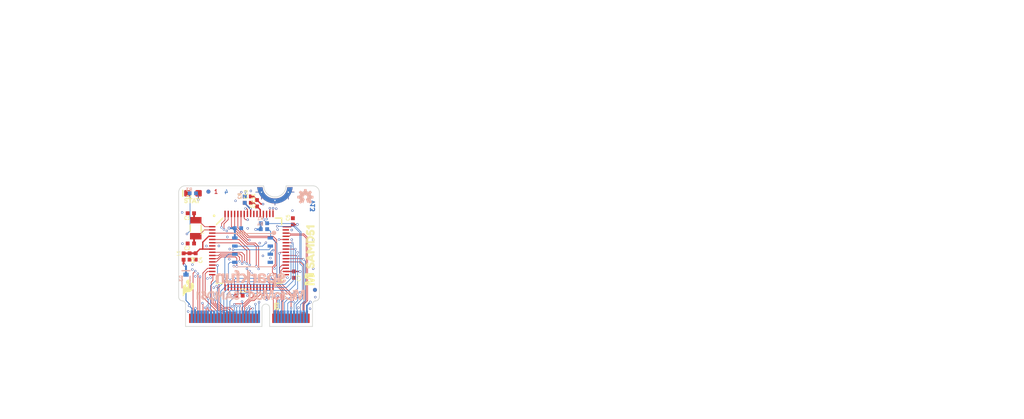
<source format=kicad_pcb>
(kicad_pcb (version 20211014) (generator pcbnew)
  (layers (0 "F.Cu" signal) (1 "In1.Cu" signal) (2 "In2.Cu" signal) (31 "B.Cu" signal) (34 "B.Paste" user) (35 "F.Paste" user) (36 "B.SilkS" user "B.Silkscreen") (37 "F.SilkS" user "F.Silkscreen") (38 "B.Mask" user) (39 "F.Mask" user) (44 "Edge.Cuts" user))
  (net 0 "")
  (net 1 "3.3V")
  (net 2 "GND")
  (net 3 "D3/G1")
  (net 4 "VCC")
  (net 5 "VDDA")
  (net 6 "XIN32")
  (net 7 "XOUT32")
  (net 8 "SWDIO")
  (net 9 "~{RESET}")
  (net 10 "D13")
  (net 11 "D2/G0")
  (net 12 "SCL")
  (net 13 "SDA")
  (net 14 "A0/DAC")
  (net 15 "A1")
  (net 16 "COPI")
  (net 17 "CIPO")
  (net 18 "D0")
  (net 19 "D1")
  (net 20 "TXO")
  (net 21 "RXI")
  (net 22 "N$1")
  (net 23 "SWDCK")
  (net 24 "SCK")
  (net 25 "~{CS}")
  (net 26 "I2S_FS")
  (net 27 "I2S_SDO")
  (net 28 "I2S_SDI")
  (net 29 "I2S_CLK")
  (net 30 "D5/G3")
  (net 31 "D38")
  (net 32 "D39")
  (net 33 "COPI1")
  (net 34 "CIPO1")
  (net 35 "SCK1")
  (net 36 "A3/PWM1")
  (net 37 "SCL1/TX2")
  (net 38 "SDA1/RX2")
  (net 39 "A2/PWM0")
  (net 40 "A4")
  (net 41 "3.3V_EN")
  (net 42 "3.3V_IN")
  (net 43 "~{CS1}")
  (net 44 "~{WP}")
  (net 45 "~{HOLD}")
  (net 46 "D4/G2")
  (net 47 "D6/G4")
  (net 48 "D7/G5")
  (net 49 "D8/G6")
  (net 50 "D9/G7")
  (net 51 "I2S_MCLK")
  (net 52 "HOST_ENABLE")
  (net 53 "I2C_~{INT}")
  (net 54 "D-/USBHOST_D-")
  (net 55 "D+/USBHOST_D+")
  (net 56 "D10")
  (net 57 "D11")
  (footprint "boardEagle:0402-TIGHT" (layer "F.Cu") (at 139.2079 105.0536 -90)
    (fp_text reference "C8")
    (fp_text value "10uF")
  )
  (footprint "boardEagle:0402-TIGHT" (layer "F.Cu") (at 139.4061 98.2966 180)
    (fp_text reference "C1")
    (fp_text value "15pF")
  )
  (footprint "boardEagle:ORDERING_INSTRUCTIONS" (layer "F.Cu") (at 167.9811 65.2036)
    (fp_text reference "LOGO5" hide)
    (fp_text value "SPECIAL_INSTRUCTIONS-ORDERING" hide)
  )
  (footprint "boardEagle:FIDUCIAL-MICRO" (layer "F.Cu") (at 142.1493 94.9216)
    (fp_text reference "FD5" hide)
    (fp_text value "FIDUCIALUFIDUCIAL" hide)
  )
  (footprint "boardEagle:M.2-CARD-E-22" (layer "F.Cu") (at 148.5501 116.0036)
    (fp_text reference "J2" hide)
    (fp_text value "MICROMOD-2222" hide)
  )
  (footprint "boardEagle:LED-0603" (layer "F.Cu") (at 139.7363 95.1756 180)
    (fp_text reference "D1")
    (fp_text value "BLUE")
  )
  (footprint "boardEagle:0402-TIGHT" (layer "F.Cu") (at 138.2679 105.0642 90)
    (fp_text reference "L1")
    (fp_text value "30Ω")
  )
  (footprint "boardEagle:0402-TIGHT" (layer "F.Cu") (at 155.5371 107.9016 -90)
    (fp_text reference "C7")
    (fp_text value "0.1uF")
  )
  (footprint "boardEagle:TQFP64" (layer "F.Cu") (at 148.5011 104.1536 -90)
    (fp_text reference "U2")
    (fp_text value "ATSAMD51J20A-A")
  )
  (footprint "boardEagle:MICROMOD_MI_LOGO_.35" (layer "F.Cu") (at 157.9481 108.6376 90)
    (fp_text reference "U$1" hide)
    (fp_text value "" hide)
  )
  (footprint "boardEagle:0402-TIGHT" (layer "F.Cu") (at 139.4061 103.0266 180)
    (fp_text reference "C2")
    (fp_text value "15pF")
  )
  (footprint "boardEagle:SFE_LOGO_FLAME_.1" (layer "F.Cu") (at 139.0061 109.9386)
    (fp_text reference "U$7" hide)
    (fp_text value "" hide)
  )
  (footprint "boardEagle:0402-TIGHT" (layer "F.Cu") (at 149.7479 96.7346 90)
    (fp_text reference "C11")
    (fp_text value "4.7uF")
  )
  (footprint "boardEagle:SAMD510" (layer "F.Cu") (at 158.0751 108.1296 90)
    (fp_text reference "U$6" hide)
    (fp_text value "" hide)
  )
  (footprint "boardEagle:FIDUCIAL-MICRO" (layer "F.Cu") (at 158.8117 110.2886)
    (fp_text reference "FD8" hide)
    (fp_text value "FIDUCIALUFIDUCIAL" hide)
  )
  (footprint "boardEagle:0402-TIGHT" (layer "F.Cu") (at 148.7847 96.1684 90)
    (fp_text reference "C10")
    (fp_text value "0.1uF")
  )
  (footprint "boardEagle:0402-TIGHT" (layer "F.Cu") (at 155.3573 99.5698 90)
    (fp_text reference "C5")
    (fp_text value "0.1uF")
  )
  (footprint "boardEagle:0402-TIGHT" (layer "F.Cu") (at 147.0071 111.1776)
    (fp_text reference "C3")
    (fp_text value "0.1uF")
  )
  (footprint "boardEagle:0402-TIGHT" (layer "F.Cu") (at 147.8313 96.1676 90)
    (fp_text reference "C6")
    (fp_text value "0.1uF")
  )
  (footprint "boardEagle:CRYSTAL-SMD-3.2X1.5MM" (layer "F.Cu") (at 140.1681 100.6366 -90)
    (fp_text reference "Y1")
    (fp_text value "32.768kHz")
  )
  (footprint "boardEagle:STAT0" (layer "F.Cu") (at 137.6281 96.3186)
    (fp_text reference "U$8" hide)
    (fp_text value "" hide)
  )
  (footprint "boardEagle:0402-TIGHT" (layer "F.Cu") (at 140.1591 105.0536 -90)
    (fp_text reference "C4")
    (fp_text value "10uF")
  )
  (footprint "boardEagle:CREATIVE_COMMONS" (layer "F.Cu") (at 129.8811 129.9736)
    (fp_text reference "FRAME2" hide)
    (fp_text value "FRAME-LEDGER" hide)
  )
  (footprint "boardEagle:FIDUCIAL-MICRO" (layer "B.Cu") (at 142.1493 94.9216 180)
    (fp_text reference "FD6" hide)
    (fp_text value "FIDUCIALUFIDUCIAL" hide)
  )
  (footprint "boardEagle:0402-TIGHT" (layer "B.Cu") (at 147.8321 96.1676 -90)
    (fp_text reference "R2")
    (fp_text value "1k")
  )
  (footprint "boardEagle:SOD-323" (layer "B.Cu") (at 138.6441 109.0536 -90)
    (fp_text reference "D3")
    (fp_text value "1A/23V/620mV")
  )
  (footprint "boardEagle:SFE_LOGO_NAME_.1" (layer "B.Cu") (at 148.7613 108.6066 180)
    (fp_text reference "LOGO6" hide)
    (fp_text value "SFE_LOGO_NAME.1_INCH" hide)
  )
  (footprint "boardEagle:FIDUCIAL-MICRO" (layer "B.Cu") (at 158.8117 110.2886 180)
    (fp_text reference "FD7" hide)
    (fp_text value "FIDUCIALUFIDUCIAL" hide)
  )
  (footprint "boardEagle:MICROMOD_LOGO_.35" (layer "B.Cu") (at 152.8681 111.0506 180)
    (fp_text reference "U$4" hide)
    (fp_text value "" hide)
  )
  (footprint "boardEagle:0402-TIGHT" (layer "B.Cu") (at 139.7109 95.1756 180)
    (fp_text reference "R3")
    (fp_text value "1k")
  )
  (footprint "boardEagle:WSON-8-6X5-NO_CENTERPAD" (layer "B.Cu") (at 149.0581 104.0656 180)
    (fp_text reference "U1" hide)
    (fp_text value "W25QXX128MBIT-6X5-NO_CENTER" hide)
  )
  (footprint "boardEagle:SAMD510" (layer "B.Cu") (at 148.2261 111.1466 180)
    (fp_text reference "U$5" hide)
    (fp_text value "" hide)
  )
  (footprint "boardEagle:OSHW-LOGO-MINI" (layer "B.Cu") (at 157.3053 95.7656 180)
    (fp_text reference "LOGO2" hide)
    (fp_text value "OSHW-LOGOMINI" hide)
  )
  (footprint "boardEagle:0402-TIGHT" (layer "B.Cu") (at 150.8361 99.8626 180)
    (fp_text reference "R1")
    (fp_text value "10k")
  )
  (footprint "boardEagle:0402-TIGHT" (layer "B.Cu") (at 146.7721 100.6366)
    (fp_text reference "C9")
    (fp_text value "0.1uF")
  )
  (footprint "boardEagle:0402-TIGHT" (layer "B.Cu") (at 150.8361 100.7866 180)
    (fp_text reference "R4")
    (fp_text value "100k")
  )
  (gr_line (start 159.5011 95.0036) (end 159.5011 111.4036) (layer "Edge.Cuts") (width 0.1016))
  (gr_line (start 151.7261 113.1036) (end 151.7261 116.0036) (layer "Edge.Cuts") (width 0.1016))
  (gr_arc (start 159.501099 111.403601) (mid 159.320461 111.822962) (end 158.9011 112.0036) (layer "Edge.Cuts") (width 0.1016))
  (gr_line (start 154.3011 94.0036) (end 158.5011 94.0036) (layer "Edge.Cuts") (width 0.1016))
  (gr_arc (start 159.501099 111.403601) (mid 159.320461 111.822962) (end 158.9011 112.0036) (layer "Edge.Cuts") (width 0.05))
  (gr_line (start 138.5761 116.0036) (end 138.5761 112.5036) (layer "Edge.Cuts") (width 0.1016))
  (gr_line (start 150.5261 116.0036) (end 138.5761 116.0036) (layer "Edge.Cuts") (width 0.1016))
  (gr_arc (start 150.5261 113.1036) (mid 151.1261 112.5036) (end 151.7261 113.1036) (layer "Edge.Cuts") (width 0.1016))
  (gr_arc (start 158.5011 94.0036) (mid 159.2011 94.3036) (end 159.5011 95.0036) (layer "Edge.Cuts") (width 0.1016))
  (gr_arc (start 137.5011 95.0036) (mid 137.8011 94.303601) (end 138.501099 94.003601) (layer "Edge.Cuts") (width 0.1016))
  (gr_arc (start 138.101098 112.0036) (mid 137.681737 111.822961) (end 137.5011 111.4036) (layer "Edge.Cuts") (width 0.05))
  (gr_line (start 150.5261 113.1036) (end 150.5261 116.0036) (layer "Edge.Cuts") (width 0.1016))
  (gr_arc (start 154.3011 94.0036) (mid 153.788537 95.241037) (end 152.5511 95.7536) (layer "Edge.Cuts") (width 0.1016))
  (gr_line (start 158.4261 112.5036) (end 158.4261 116.0036) (layer "Edge.Cuts") (width 0.1016))
  (gr_line (start 138.5011 94.0036) (end 150.8011 94.0036) (layer "Edge.Cuts") (width 0.1016))
  (gr_line (start 137.5011 111.4036) (end 137.5011 95.0036) (layer "Edge.Cuts") (width 0.1016))
  (gr_arc (start 138.101098 112.0036) (mid 137.681737 111.822961) (end 137.5011 111.4036) (layer "Edge.Cuts") (width 0.1016))
  (gr_arc (start 138.1011 112.0036) (mid 138.434341 112.162646) (end 138.5761 112.503601) (layer "Edge.Cuts") (width 0.1016))
  (gr_arc (start 152.5511 95.7536) (mid 151.313663 95.241037) (end 150.8011 94.0036) (layer "Edge.Cuts") (width 0.1016))
  (gr_line (start 158.4261 116.0036) (end 151.7261 116.0036) (layer "Edge.Cuts") (width 0.1016))
  (gr_arc (start 158.4261 112.5036) (mid 158.566444 112.161302) (end 158.9011 112.0036) (layer "Edge.Cuts") (width 0.1016))
  (gr_text "1" (at 142.9621 95.3026) (layer "F.Cu") (effects (font (size 0.6477 0.6477) (thickness 0.1143)) (justify left bottom)))
  (gr_text "4" (at 145.3231 95.3526) (layer "B.Cu") (effects (font (size 0.6477 0.6477) (thickness 0.1143)) (justify left bottom mirror)))
  (gr_text "v13" (at 158.8371 96.1916 -270) (layer "B.Cu") (effects (font (size 0.65024 0.65024) (thickness 0.16256)) (justify left bottom mirror)))
  (segment (start 146.5071 111.1776) (end 146.4801 111.1506) (width 0.2032) (layer "F.Cu") (net 1))
  (segment (start 156.0281 100.0698) (end 155.3573 100.0698) (width 0.2032) (layer "F.Cu") (net 1))
  (segment (start 154.2511 100.4036) (end 155.0235 100.4036) (width 0.2032) (layer "F.Cu") (net 1))
  (segment (start 148.7311 97.5336) (end 148.6273 97.5336) (width 0.2032) (layer "F.Cu") (net 1))
  (segment (start 146.7511 109.9036) (end 146.7511 110.9336) (width 0.2032) (layer "F.Cu") (net 1))
  (segment (start 148.7511 97.5536) (end 148.7511 98.4036) (width 0.2032) (layer "F.Cu") (net 1))
  (segment (start 146.7511 110.9336) (end 146.5071 111.1776) (width 0.2032) (layer "F.Cu") (net 1))
  (segment (start 148.6273 97.5336) (end 147.8313 96.7376) (width 0.2032) (layer "F.Cu") (net 1))
  (segment (start 155.0235 100.4036) (end 155.3573 100.0698) (width 0.2032) (layer "F.Cu") (net 1))
  (segment (start 155.5371 107.4016) (end 155.5351 107.4036) (width 0.2032) (layer "F.Cu") (net 1))
  (segment (start 155.5351 107.4036) (end 154.2511 107.4036) (width 0.2032) (layer "F.Cu") (net 1))
  (segment (start 156.4595 107.4016) (end 155.5371 107.4016) (width 0.2032) (layer "F.Cu") (net 1))
  (segment (start 147.8313 96.6676) (end 147.8313 96.7376) (width 0.2032) (layer "F.Cu") (net 1))
  (segment (start 146.4801 111.1506) (end 145.8907 111.1506) (width 0.2032) (layer "F.Cu") (net 1))
  (segment (start 156.0471 100.0508) (end 156.0281 100.0698) (width 0.2032) (layer "F.Cu") (net 1))
  (segment (start 156.4771 107.4192) (end 156.4595 107.4016) (width 0.2032) (layer "F.Cu") (net 1))
  (segment (start 148.7511 97.5536) (end 148.7311 97.5336) (width 0.2032) (layer "F.Cu") (net 1))
  (segment (start 138.2679 106.2256) (end 138.4361 106.3938) (width 0.3) (layer "F.Cu") (net 1))
  (segment (start 138.2679 105.5642) (end 138.2679 106.2256) (width 0.3) (layer "F.Cu") (net 1))
  (via (at 145.3751 100.6112) (size 0.4064) (drill 0.254) (layers "F.Cu" "B.Cu") (net 1))
  (via (at 148.7511 97.5536) (size 0.3524) (drill 0.2) (layers "F.Cu" "B.Cu") (net 1))
  (via (at 156.4771 107.4192) (size 0.4064) (drill 0.254) (layers "F.Cu" "B.Cu") (net 1))
  (via (at 138.4361 106.3938) (size 0.4064) (drill 0.254) (layers "F.Cu" "B.Cu") (net 1))
  (via (at 145.8907 111.1506) (size 0.4064) (drill 0.254) (layers "F.Cu" "B.Cu") (net 1))
  (via (at 149.5445 100.8254) (size 0.4064) (drill 0.254) (layers "F.Cu" "B.Cu") (net 1))
  (via (at 140.1311 113.1836) (size 0.4064) (drill 0.254) (layers "F.Cu" "B.Cu") (net 1))
  (via (at 156.0471 100.0508) (size 0.4064) (drill 0.254) (layers "F.Cu" "B.Cu") (net 1))
  (segment (start 146.2831 100.6476) (end 146.2721 100.6366) (width 0.3) (layer "B.Cu") (net 1))
  (segment (start 138.6441 106.6018) (end 138.4361 106.3938) (width 0.3) (layer "B.Cu") (net 1))
  (segment (start 150.3361 100.7866) (end 150.2973 100.8254) (width 0.3) (layer "B.Cu") (net 1))
  (segment (start 138.6441 107.9036) (end 138.6441 106.6018) (width 0.3) (layer "B.Cu") (net 1))
  (segment (start 147.8321 96.6676) (end 147.8321 96.7376) (width 0.2032) (layer "B.Cu") (net 1))
  (segment (start 148.6481 97.5536) (end 147.8321 96.7376) (width 0.2032) (layer "B.Cu") (net 1))
  (segment (start 140.0501 114.4786) (end 140.0501 113.2646) (width 0.3) (layer "B.Cu") (net 1))
  (segment (start 146.2721 100.6366) (end 145.4005 100.6366) (width 0.3) (layer "B.Cu") (net 1))
  (segment (start 150.2973 100.8254) (end 149.5445 100.8254) (width 0.3) (layer "B.Cu") (net 1))
  (segment (start 145.4005 100.6366) (end 145.3751 100.6112) (width 0.3) (layer "B.Cu") (net 1))
  (segment (start 148.6481 97.5536) (end 148.7511 97.5536) (width 0.2032) (layer "B.Cu") (net 1))
  (segment (start 150.3361 100.7866) (end 150.3361 99.8626) (width 0.3) (layer "B.Cu") (net 1))
  (segment (start 146.2831 102.1606) (end 146.2831 100.6476) (width 0.3) (layer "B.Cu") (net 1))
  (segment (start 140.0501 113.2646) (end 140.1311 113.1836) (width 0.3) (layer "B.Cu") (net 1))
  (segment (start 148.3001 114.7286) (end 148.3001 113.7006) (width 0.1016) (layer "F.Cu") (net 2))
  (segment (start 149.2317 95.6684) (end 148.7847 95.6684) (width 0.2032) (layer "F.Cu") (net 2))
  (segment (start 147.2511 110.9216) (end 147.5071 111.1776) (width 0.2032) (layer "F.Cu") (net 2))
  (segment (start 148.8181 113.1826) (end 148.3001 113.7006) (width 0.1016) (layer "F.Cu") (net 2))
  (segment (start 147.2511 109.9036) (end 147.2511 110.9216) (width 0.2032) (layer "F.Cu") (net 2))
  (segment (start 149.7479 96.2346) (end 150.3747 96.8614) (width 0.2032) (layer "F.Cu") (net 2))
  (segment (start 148.8181 113.1826) (end 149.0581 113.1826) (width 0.1016) (layer "F.Cu") (net 2))
  (segment (start 150.3747 96.8614) (end 150.6909 96.8614) (width 0.2032) (layer "F.Cu") (net 2))
  (segment (start 149.747906 96.184607) (end 149.2317 95.6684) (width 0.2032) (layer "F.Cu") (net 2))
  (via (at 149.0581 113.1826) (size 0.3524) (drill 0.2) (layers "F.Cu" "B.Cu") (net 2))
  (via (at 139.6565 106.3342) (size 0.3524) (drill 0.2) (layers "F.Cu" "B.Cu") (net 2))
  (via (at 150.6909 96.8614) (size 0.3524) (drill 0.2) (layers "F.Cu" "B.Cu") (net 2))
  (via (at 145.1165 102.0142) (size 0.3524) (drill 0.2) (layers "F.Cu" "B.Cu") (net 2))
  (via (at 146.3909 96.3614) (size 0.3524) (drill 0.2) (layers "F.Cu" "B.Cu") (net 2))
  (via (at 147.2865 95.0142) (size 0.3524) (drill 0.2) (layers "F.Cu" "B.Cu") (net 2))
  (via (at 156.1005 104.4152) (size 0.3524) (drill 0.2) (layers "F.Cu" "B.Cu") (net 2))
  (via (at 143.7891 103.4128) (size 0.3524) (drill 0.2) (layers "F.Cu" "B.Cu") (net 2))
  (via (at 152.9665 100.8642) (size 0.3524) (drill 0.2) (layers "F.Cu" "B.Cu") (net 2))
  (via (at 155.1855 102.4262) (size 0.3524) (drill 0.2) (layers "F.Cu" "B.Cu") (net 2))
  (via (at 142.9865 109.9342) (size 0.3524) (drill 0.2) (layers "F.Cu" "B.Cu") (net 2))
  (via (at 145.8481 112.8726) (size 0.3524) (drill 0.2) (layers "F.Cu" "B.Cu") (net 2))
  (via (at 148.7909 94.8114) (size 0.3524) (drill 0.2) (layers "F.Cu" "B.Cu") (net 2))
  (via (at 155.2869 97.8894) (size 0.3524) (drill 0.2) (layers "F.Cu" "B.Cu") (net 2))
  (via (at 143.1205 110.9352) (size 0.3524) (drill 0.2) (layers "F.Cu" "B.Cu") (net 2))
  (via (at 150.6765 104.9642) (size 0.3524) (drill 0.2) (layers "F.Cu" "B.Cu") (net 2))
  (via (at 138.0351 98.1716) (size 0.3524) (drill 0.2) (layers "F.Cu" "B.Cu") (net 2))
  (via (at 138.9743 113.662) (size 0.3524) (drill 0.2) (layers "F.Cu" "B.Cu") (net 2))
  (via (at 156.2139 113.0626) (size 0.3524) (drill 0.2) (layers "F.Cu" "B.Cu") (net 2))
  (via (at 155.1795 100.919) (size 0.3524) (drill 0.2) (layers "F.Cu" "B.Cu") (net 2))
  (via (at 145.4865 103.8942) (size 0.3524) (drill 0.2) (layers "F.Cu" "B.Cu") (net 2))
  (via (at 152.7565 97.5942) (size 0.3524) (drill 0.2) (layers "F.Cu" "B.Cu") (net 2))
  (via (at 158.5169 102.4694) (size 0.3524) (drill 0.2) (layers "F.Cu" "B.Cu") (net 2))
  (via (at 145.0365 101.0642) (size 0.3524) (drill 0.2) (layers "F.Cu" "B.Cu") (net 2))
  (via (at 148.2961 100.662) (size 0.3524) (drill 0.2) (layers "F.Cu" "B.Cu") (net 2))
  (via (at 140.1065 108.1642) (size 0.3524) (drill 0.2) (layers "F.Cu" "B.Cu") (net 2))
  (via (at 146.1365 106.5642) (size 0.3524) (drill 0.2) (layers "F.Cu" "B.Cu") (net 2))
  (via (at 158.5369 106.9694) (size 0.3524) (drill 0.2) (layers "F.Cu" "B.Cu") (net 2))
  (via (at 151.8449 105.306) (size 0.3524) (drill 0.2) (layers "F.Cu" "B.Cu") (net 2))
  (via (at 138.0875 103.0564) (size 0.3524) (drill 0.2) (layers "F.Cu" "B.Cu") (net 2))
  (via (at 145.4065 105.4742) (size 0.3524) (drill 0.2) (layers "F.Cu" "B.Cu") (net 2))
  (via (at 158.8625 111.4062) (size 0.3524) (drill 0.2) (layers "F.Cu" "B.Cu") (net 2))
  (via (at 139.6265 107.0942) (size 0.3524) (drill 0.2) (layers "F.Cu" "B.Cu") (net 2))
  (via (at 158.0439 113.2326) (size 0.3524) (drill 0.2) (layers "F.Cu" "B.Cu") (net 2))
  (via (at 150.1765 102.9642) (size 0.3524) (drill 0.2) (layers "F.Cu" "B.Cu") (net 2))
  (via (at 148.2295 111.1706) (size 0.3524) (drill 0.2) (layers "F.Cu" "B.Cu") (net 2))
  (via (at 141.8451 103.4236) (size 0.3524) (drill 0.2) (layers "F.Cu" "B.Cu") (net 2))
  (via (at 154.5001 108.3614) (size 0.3524) (drill 0.2) (layers "F.Cu" "B.Cu") (net 2))
  (via (at 152.0565 107.8942) (size 0.3524) (drill 0.2) (layers "F.Cu" "B.Cu") (net 2))
  (via (at 156.4865 110.6442) (size 0.3524) (drill 0.2) (layers "F.Cu" "B.Cu") (net 2))
  (segment (start 143.7511 104.9036) (end 144.0011 104.6536) (width 0.1016) (layer "F.Cu") (net 3))
  (segment (start 147.4111 105.0136) (end 147.0511 104.6536) (width 0.1016) (layer "F.Cu") (net 3))
  (segment (start 142.7511 104.9036) (end 143.7511 104.9036) (width 0.1016) (layer "F.Cu") (net 3))
  (segment (start 144.0011 104.6536) (end 147.0511 104.6536) (width 0.1016) (layer "F.Cu") (net 3))
  (segment (start 147.4111 106.1836) (end 147.4111 105.0136) (width 0.1016) (layer "F.Cu") (net 3))
  (via (at 147.408543 112.111044) (size 0.3524) (drill 0.2) (layers "F.Cu" "B.Cu") (net 3))
  (via (at 147.4111 106.1836) (size 0.3524) (drill 0.2) (layers "F.Cu" "B.Cu") (net 3))
  (segment (start 147.5011 114.4296) (end 147.5501 114.4786) (width 0.1016) (layer "B.Cu") (net 3))
  (segment (start 147.408543 112.111044) (end 147.5011 112.2036) (width 0.1016) (layer "B.Cu") (net 3))
  (segment (start 147.5011 112.2036) (end 147.5011 114.4296) (width 0.1016) (layer "B.Cu") (net 3))
  (segment (start 149.7479 97.1816) (end 149.2347 96.6684) (width 0.2032) (layer "F.Cu") (net 4))
  (segment (start 150.2511 97.7378) (end 149.7479 97.2346) (width 0.2032) (layer "F.Cu") (net 4))
  (segment (start 149.2347 96.6684) (end 148.7847 96.6684) (width 0.2032) (layer "F.Cu") (net 4))
  (segment (start 149.7479 97.2346) (end 149.7479 97.1816) (width 0.2032) (layer "F.Cu") (net 4))
  (segment (start 150.2511 97.7378) (end 150.2511 98.4036) (width 0.2032) (layer "F.Cu") (net 4))
  (segment (start 139.2079 104.5536) (end 140.1591 104.5536) (width 0.3) (layer "F.Cu") (net 5))
  (segment (start 141.2713 102.8184) (end 141.2713 103.8834) (width 0.2032) (layer "F.Cu") (net 5))
  (segment (start 140.1591 104.5536) (end 140.8091 103.9036) (width 0.2032) (layer "F.Cu") (net 5))
  (segment (start 141.2511 103.9036) (end 140.8091 103.9036) (width 0.2032) (layer "F.Cu") (net 5))
  (segment (start 141.2713 103.8834) (end 141.2511 103.9036) (width 0.2032) (layer "F.Cu") (net 5))
  (segment (start 142.1861 101.9036) (end 141.2713 102.8184) (width 0.2032) (layer "F.Cu") (net 5))
  (segment (start 138.2679 104.5642) (end 138.2785 104.5536) (width 0.3) (layer "F.Cu") (net 5))
  (segment (start 142.1861 101.9036) (end 142.7511 101.9036) (width 0.2032) (layer "F.Cu") (net 5))
  (segment (start 138.2785 104.5536) (end 139.2079 104.5536) (width 0.3) (layer "F.Cu") (net 5))
  (segment (start 142.7511 103.9036) (end 141.2511 103.9036) (width 0.2032) (layer "F.Cu") (net 5))
  (segment (start 142.7511 100.4036) (end 141.5661 100.4036) (width 0.1016) (layer "F.Cu") (net 6))
  (segment (start 141.5661 100.4036) (end 140.5491 99.3866) (width 0.1016) (layer "F.Cu") (net 6))
  (segment (start 140.1681 99.3866) (end 140.5491 99.3866) (width 0.1016) (layer "F.Cu") (net 6))
  (segment (start 140.1681 99.3866) (end 139.9061 99.1246) (width 0.3) (layer "F.Cu") (net 6))
  (segment (start 139.9061 99.1246) (end 139.9061 98.2966) (width 0.3) (layer "F.Cu") (net 6))
  (segment (start 139.9061 102.1486) (end 139.9061 103.0266) (width 0.3) (layer "F.Cu") (net 7))
  (segment (start 141.5321 100.9036) (end 142.7511 100.9036) (width 0.1016) (layer "F.Cu") (net 7))
  (segment (start 140.1681 101.8866) (end 139.9061 102.1486) (width 0.3) (layer "F.Cu") (net 7))
  (segment (start 140.1681 101.8866) (end 140.5491 101.8866) (width 0.1016) (layer "F.Cu") (net 7))
  (segment (start 140.5491 101.8866) (end 141.5321 100.9036) (width 0.1016) (layer "F.Cu") (net 7))
  (segment (start 148.2961 99.3158) (end 147.9661 99.3158) (width 0.1016) (layer "F.Cu") (net 8))
  (segment (start 147.9661 99.3158) (end 147.7511 99.1008) (width 0.1016) (layer "F.Cu") (net 8))
  (segment (start 152.3001 111.6764) (end 152.7723 111.2042) (width 0.1016) (layer "F.Cu") (net 8))
  (segment (start 152.3001 114.7286) (end 152.3001 111.6764) (width 0.1016) (layer "F.Cu") (net 8))
  (segment (start 147.7511 98.4036) (end 147.7511 99.1008) (width 0.1016) (layer "F.Cu") (net 8))
  (via (at 148.2961 99.3158) (size 0.3524) (drill 0.2) (layers "F.Cu" "B.Cu") (net 8))
  (via (at 152.7723 111.2042) (size 0.3524) (drill 0.2) (layers "F.Cu" "B.Cu") (net 8))
  (segment (start 150.7511 98.4036) (end 150.7511 99.2036) (width 0.1016) (layer "F.Cu") (net 9))
  (via (at 150.7511 99.2036) (size 0.3524) (drill 0.2) (layers "F.Cu" "B.Cu") (net 9))
  (segment (start 157.0901 112.0516) (end 157.0901 106.2526) (width 0.1016) (layer "B.Cu") (net 9))
  (segment (start 151.3361 99.8626) (end 151.3861 99.9126) (width 0.1016) (layer "B.Cu") (net 9))
  (segment (start 156.5501 114.4786) (end 156.5501 112.5916) (width 0.1016) (layer "B.Cu") (net 9))
  (segment (start 150.7511 99.2536) (end 150.7511 99.2036) (width 0.1016) (layer "B.Cu") (net 9))
  (segment (start 157.0901 106.2526) (end 156.6511 105.8136) (width 0.1016) (layer "B.Cu") (net 9))
  (segment (start 151.3361 99.8386) (end 150.7511 99.2536) (width 0.1016) (layer "B.Cu") (net 9))
  (segment (start 151.3361 99.8626) (end 151.3361 99.8386) (width 0.1016) (layer "B.Cu") (net 9))
  (segment (start 156.6511 101.2326) (end 155.3311 99.9126) (width 0.1016) (layer "B.Cu") (net 9))
  (segment (start 156.6511 105.8136) (end 156.6511 101.2326) (width 0.1016) (layer "B.Cu") (net 9))
  (segment (start 155.3311 99.9126) (end 151.3861 99.9126) (width 0.1016) (layer "B.Cu") (net 9))
  (segment (start 156.5501 112.5916) (end 157.0901 112.0516) (width 0.1016) (layer "B.Cu") (net 9))
  (segment (start 154.2511 102.4036) (end 153.1911 102.4036) (width 0.1016) (layer "F.Cu") (net 10))
  (via (at 153.1911 102.4036) (size 0.3524) (drill 0.2) (layers "F.Cu" "B.Cu") (net 10))
  (via (at 138.7973 101.5368) (size 0.3524) (drill 0.2) (layers "F.Cu" "B.Cu") (net 10))
  (segment (start 138.7973 101.5368) (end 139.2791 101.055) (width 0.1016) (layer "B.Cu") (net 10))
  (segment (start 139.2109 95.1756) (end 139.2791 95.2438) (width 0.1016) (layer "B.Cu") (net 10))
  (segment (start 139.2791 95.2438) (end 139.2791 101.055) (width 0.1016) (layer "B.Cu") (net 10))
  (segment (start 147.3711 104.4036) (end 147.773003 104.805504) (width 0.1016) (layer "F.Cu") (net 11))
  (segment (start 142.7511 104.4036) (end 147.3711 104.4036) (width 0.1016) (layer "F.Cu") (net 11))
  (segment (start 147.773003 105.905504) (end 147.773003 104.805504) (width 0.1016) (layer "F.Cu") (net 11))
  (via (at 147.773003 105.905504) (size 0.3524) (drill 0.2) (layers "F.Cu" "B.Cu") (net 11))
  (via (at 148.153003 113.195504) (size 0.3524) (drill 0.2) (layers "F.Cu" "B.Cu") (net 11))
  (segment (start 148.153003 114.375697) (end 148.0501 114.4786) (width 0.1016) (layer "B.Cu") (net 11))
  (segment (start 148.153003 113.195504) (end 148.153003 114.375697) (width 0.1016) (layer "B.Cu") (net 11))
  (segment (start 153.4911 109.2436) (end 155.4011 111.1536) (width 0.1016) (layer "F.Cu") (net 12))
  (segment (start 155.4011 111.1536) (end 155.4011 112.1536) (width 0.1016) (layer "F.Cu") (net 12))
  (segment (start 155.4011 112.1536) (end 155.4511 112.1536) (width 0.1016) (layer "F.Cu") (net 12))
  (segment (start 153.4911 107.2636) (end 153.8511 106.9036) (width 0.1016) (layer "F.Cu") (net 12))
  (segment (start 153.8511 106.9036) (end 154.2511 106.9036) (width 0.1016) (layer "F.Cu") (net 12))
  (segment (start 153.4911 107.2636) (end 153.4911 109.2436) (width 0.1016) (layer "F.Cu") (net 12))
  (via (at 155.4511 112.1536) (size 0.3524) (drill 0.2) (layers "F.Cu" "B.Cu") (net 12))
  (segment (start 154.8011 112.1536) (end 155.4511 112.1536) (width 0.1016) (layer "B.Cu") (net 12))
  (segment (start 154.5501 114.4786) (end 154.5501 112.4046) (width 0.1016) (layer "B.Cu") (net 12))
  (segment (start 154.5501 112.4046) (end 154.8011 112.1536) (width 0.1016) (layer "B.Cu") (net 12))
  (segment (start 153.2817 109.483) (end 155.0771 111.2784) (width 0.1016) (layer "F.Cu") (net 13))
  (segment (start 153.2817 106.791) (end 153.6691 106.4036) (width 0.1016) (layer "F.Cu") (net 13))
  (segment (start 155.0771 111.2784) (end 155.0771 113.1056) (width 0.1016) (layer "F.Cu") (net 13))
  (segment (start 153.6691 106.4036) (end 154.2511 106.4036) (width 0.1016) (layer "F.Cu") (net 13))
  (segment (start 153.2817 109.483) (end 153.2817 106.791) (width 0.1016) (layer "F.Cu") (net 13))
  (via (at 155.0771 113.1056) (size 0.3524) (drill 0.2) (layers "F.Cu" "B.Cu") (net 13))
  (segment (start 155.0501 114.4786) (end 155.0771 114.4516) (width 0.1016) (layer "B.Cu") (net 13))
  (segment (start 155.0771 113.1056) (end 155.0771 114.4516) (width 0.1016) (layer "B.Cu") (net 13))
  (segment (start 149.6311 103.5336) (end 149.2811 103.1836) (width 0.1016) (layer "F.Cu") (net 14))
  (segment (start 146.4511 101.4136) (end 142.7611 101.4136) (width 0.1016) (layer "F.Cu") (net 14))
  (segment (start 148.2211 103.1836) (end 146.4511 101.4136) (width 0.1016) (layer "F.Cu") (net 14))
  (segment (start 149.6311 106.5936) (end 149.6311 103.5336) (width 0.1016) (layer "F.Cu") (net 14))
  (segment (start 149.2811 103.1836) (end 148.2211 103.1836) (width 0.1016) (layer "F.Cu") (net 14))
  (segment (start 142.7611 101.4136) (end 142.7511 101.4036) (width 0.1016) (layer "F.Cu") (net 14))
  (via (at 149.5011 112.5036) (size 0.3524) (drill 0.2) (layers "F.Cu" "B.Cu") (net 14))
  (via (at 149.6311 106.5936) (size 0.3524) (drill 0.2) (layers "F.Cu" "B.Cu") (net 14))
  (segment (start 149.5011 114.4296) (end 149.5011 112.5036) (width 0.1016) (layer "B.Cu") (net 14))
  (segment (start 149.5501 114.4786) (end 149.5011 114.4296) (width 0.1016) (layer "B.Cu") (net 14))
  (segment (start 148.3011 102.5036) (end 148.5511 102.5036) (width 0.1016) (layer "F.Cu") (net 15))
  (segment (start 146.2511 98.4036) (end 146.2511 100.4536) (width 0.1016) (layer "F.Cu") (net 15))
  (segment (start 146.2511 100.4536) (end 148.3011 102.5036) (width 0.1016) (layer "F.Cu") (net 15))
  (via (at 148.5511 102.5036) (size 0.3524) (drill 0.2) (layers "F.Cu" "B.Cu") (net 15))
  (via (at 148.5519 112.9014) (size 0.3524) (drill 0.2) (layers "F.Cu" "B.Cu") (net 15))
  (segment (start 148.5501 114.4786) (end 148.5501 112.9014) (width 0.1016) (layer "B.Cu") (net 15))
  (segment (start 148.5501 112.9014) (end 148.5519 112.9014) (width 0.1016) (layer "B.Cu") (net 15))
  (segment (start 143.1701 113.9426) (end 143.1701 114.5986) (width 0.1016) (layer "F.Cu") (net 16))
  (segment (start 142.7511 106.4036) (end 143.5063 106.4036) (width 0.1016) (layer "F.Cu") (net 16))
  (segment (start 143.1701 113.9426) (end 142.3611 113.1336) (width 0.1016) (layer "F.Cu") (net 16))
  (segment (start 143.5063 106.4036) (end 143.5691 106.4664) (width 0.1016) (layer "F.Cu") (net 16))
  (segment (start 143.3001 114.7286) (end 143.1701 114.5986) (width 0.1016) (layer "F.Cu") (net 16))
  (via (at 143.5691 106.4664) (size 0.3524) (drill 0.2) (layers "F.Cu" "B.Cu") (net 16))
  (via (at 142.3611 113.1336) (size 0.3524) (drill 0.2) (layers "F.Cu" "B.Cu") (net 16))
  (segment (start 142.4811 109.6464) (end 142.4811 113.0136) (width 0.1016) (layer "B.Cu") (net 16))
  (segment (start 142.4811 113.0136) (end 142.3611 113.1336) (width 0.1016) (layer "B.Cu") (net 16))
  (segment (start 143.5691 106.4664) (end 143.5691 108.5584) (width 0.1016) (layer "B.Cu") (net 16))
  (segment (start 143.5691 108.5584) (end 142.4811 109.6464) (width 0.1016) (layer "B.Cu") (net 16))
  (segment (start 142.014271 112.811429) (end 142.014271 113.261772) (width 0.1016) (layer "F.Cu") (net 17))
  (segment (start 141.6453 107.7524) (end 141.9941 107.4036) (width 0.1016) (layer "F.Cu") (net 17))
  (segment (start 141.6453 111.1668) (end 142.1125 111.634) (width 0.1016) (layer "F.Cu") (net 17))
  (segment (start 142.8001 114.7286) (end 142.6801 114.6086) (width 0.1016) (layer "F.Cu") (net 17))
  (segment (start 141.9941 107.4036) (end 142.7511 107.4036) (width 0.1016) (layer "F.Cu") (net 17))
  (segment (start 142.6801 113.9276) (end 142.014271 113.261772) (width 0.1016) (layer "F.Cu") (net 17))
  (segment (start 141.6453 107.7524) (end 141.6453 111.1668) (width 0.1016) (layer "F.Cu") (net 17))
  (segment (start 142.6801 113.9276) (end 142.6801 114.6086) (width 0.1016) (layer "F.Cu") (net 17))
  (via (at 142.014271 112.811429) (size 0.3524) (drill 0.2) (layers "F.Cu" "B.Cu") (net 17))
  (via (at 142.1125 111.634) (size 0.3524) (drill 0.2) (layers "F.Cu" "B.Cu") (net 17))
  (segment (start 142.014271 112.811429) (end 142.1125 112.7132) (width 0.1016) (layer "B.Cu") (net 17))
  (segment (start 142.1125 112.7132) (end 142.1125 111.634) (width 0.1016) (layer "B.Cu") (net 17))
  (segment (start 148.6111 106.3836) (end 148.6111 104.0836) (width 0.1016) (layer "F.Cu") (net 18))
  (segment (start 146.9311 102.4036) (end 142.7511 102.4036) (width 0.1016) (layer "F.Cu") (net 18))
  (segment (start 148.6111 104.0836) (end 146.9311 102.4036) (width 0.1016) (layer "F.Cu") (net 18))
  (via (at 148.6111 106.3836) (size 0.3524) (drill 0.2) (layers "F.Cu" "B.Cu") (net 18))
  (via (at 156.1011 110.9836) (size 0.3524) (drill 0.2) (layers "F.Cu" "B.Cu") (net 18))
  (segment (start 156.1211 111.9536) (end 156.1211 111.0036) (width 0.1016) (layer "B.Cu") (net 18))
  (segment (start 155.5511 112.5236) (end 155.5511 114.4776) (width 0.1016) (layer "B.Cu") (net 18))
  (segment (start 156.1211 111.0036) (end 156.1011 110.9836) (width 0.1016) (layer "B.Cu") (net 18))
  (segment (start 155.5511 112.5236) (end 156.1211 111.9536) (width 0.1016) (layer "B.Cu") (net 18))
  (segment (start 155.5501 114.4786) (end 155.5511 114.4776) (width 0.1016) (layer "B.Cu") (net 18))
  (segment (start 148.1611 104.1636) (end 146.9211 102.9236) (width 0.1016) (layer "F.Cu") (net 19))
  (segment (start 148.1611 106.1736) (end 148.1611 104.1636) (width 0.1016) (layer "F.Cu") (net 19))
  (segment (start 142.7511 102.9036) (end 142.7711 102.9236) (width 0.1016) (layer "F.Cu") (net 19))
  (segment (start 146.9211 102.9236) (end 142.7711 102.9236) (width 0.1016) (layer "F.Cu") (net 19))
  (via (at 154.1911 111.5236) (size 0.3524) (drill 0.2) (layers "F.Cu" "B.Cu") (net 19))
  (via (at 148.1611 106.1736) (size 0.3524) (drill 0.2) (layers "F.Cu" "B.Cu") (net 19))
  (segment (start 154.1911 111.5436) (end 154.1911 111.5236) (width 0.1016) (layer "B.Cu") (net 19))
  (segment (start 153.5501 114.4786) (end 153.5501 112.1846) (width 0.1016) (layer "B.Cu") (net 19))
  (segment (start 153.5501 112.1846) (end 154.1911 111.5436) (width 0.1016) (layer "B.Cu") (net 19))
  (segment (start 152.6011 102.6236) (end 152.0911 102.1136) (width 0.1016) (layer "F.Cu") (net 20))
  (segment (start 148.2911 102.1136) (end 152.0911 102.1136) (width 0.1016) (layer "F.Cu") (net 20))
  (segment (start 153.0011 108.0436) (end 152.6811 107.7236) (width 0.1016) (layer "F.Cu") (net 20))
  (segment (start 152.3711 107.7236) (end 152.1611 107.5136) (width 0.1016) (layer "F.Cu") (net 20))
  (segment (start 146.7511 98.4036) (end 146.7511 100.5736) (width 0.1016) (layer "F.Cu") (net 20))
  (segment (start 153.8001 114.7286) (end 153.8001 110.3026) (width 0.1016) (layer "F.Cu") (net 20))
  (segment (start 153.8001 110.3026) (end 153.0011 109.5036) (width 0.1016) (layer "F.Cu") (net 20))
  (segment (start 152.1611 106.7136) (end 152.6011 106.2736) (width 0.1016) (layer "F.Cu") (net 20))
  (segment (start 152.6011 106.2736) (end 152.6011 102.6236) (width 0.1016) (layer "F.Cu") (net 20))
  (segment (start 152.1611 107.5136) (end 152.1611 106.7136) (width 0.1016) (layer "F.Cu") (net 20))
  (segment (start 153.0011 109.5036) (end 153.0011 108.0436) (width 0.1016) (layer "F.Cu") (net 20))
  (segment (start 146.7511 100.5736) (end 148.2911 102.1136) (width 0.1016) (layer "F.Cu") (net 20))
  (segment (start 152.6811 107.7236) (end 152.3711 107.7236) (width 0.1016) (layer "F.Cu") (net 20))
  (segment (start 152.2711 101.8936) (end 152.8211 102.4436) (width 0.1016) (layer "F.Cu") (net 21))
  (segment (start 152.7611 108.3736) (end 152.7611 109.575894) (width 0.1016) (layer "F.Cu") (net 21))
  (segment (start 153.5715 113.4714) (end 153.5715 110.386294) (width 0.1016) (layer "F.Cu") (net 21))
  (segment (start 153.3001 114.7286) (end 153.3001 113.7428) (width 0.1016) (layer "F.Cu") (net 21))
  (segment (start 153.5715 110.386294) (end 152.7611 109.575894) (width 0.1016) (layer "F.Cu") (net 21))
  (segment (start 152.7611 108.3736) (end 152.4811 108.0936) (width 0.1016) (layer "F.Cu") (net 21))
  (segment (start 153.3001 113.7428) (end 153.5715 113.4714) (width 0.1016) (layer "F.Cu") (net 21))
  (segment (start 148.4511 101.8936) (end 152.2711 101.8936) (width 0.1016) (layer "F.Cu") (net 21))
  (segment (start 152.4911 106.9436) (end 152.4911 106.6936) (width 0.1016) (layer "F.Cu") (net 21))
  (segment (start 152.8211 106.3636) (end 152.8211 102.4436) (width 0.1016) (layer "F.Cu") (net 21))
  (segment (start 147.2511 98.4036) (end 147.2511 100.6936) (width 0.1016) (layer "F.Cu") (net 21))
  (segment (start 152.4911 106.6936) (end 152.8211 106.3636) (width 0.1016) (layer "F.Cu") (net 21))
  (segment (start 147.2511 100.6936) (end 148.4511 101.8936) (width 0.1016) (layer "F.Cu") (net 21))
  (via (at 152.4911 106.9436) (size 0.3524) (drill 0.2) (layers "F.Cu" "B.Cu") (net 21))
  (via (at 152.4811 108.0936) (size 0.3524) (drill 0.2) (layers "F.Cu" "B.Cu") (net 21))
  (segment (start 140.6133 95.1756) (end 140.6133 95.8734) (width 0.1016) (layer "F.Cu") (net 22))
  (segment (start 140.5491 95.9376) (end 140.5491 96.1916) (width 0.1016) (layer "F.Cu") (net 22))
  (segment (start 140.6133 95.8734) (end 140.5491 95.9376) (width 0.1016) (layer "F.Cu") (net 22))
  (via (at 140.5491 96.1916) (size 0.3524) (drill 0.2) (layers "F.Cu" "B.Cu") (net 22))
  (segment (start 140.2109 95.1756) (end 140.5491 95.5138) (width 0.1016) (layer "B.Cu") (net 22))
  (segment (start 140.5491 95.5138) (end 140.5491 96.1916) (width 0.1016) (layer "B.Cu") (net 22))
  (segment (start 152.8001 114.7286) (end 152.8001 111.647385) (width 0.1016) (layer "F.Cu") (net 23))
  (segment (start 148.2511 98.4036) (end 148.2511 97.6986) (width 0.1143) (layer "F.Cu") (net 23))
  (segment (start 152.8001 111.647385) (end 153.231884 111.2156) (width 0.1016) (layer "F.Cu") (net 23))
  (segment (start 153.231884 111.2156) (end 153.2319 111.2156) (width 0.1016) (layer "F.Cu") (net 23))
  (segment (start 148.2511 97.6986) (end 148.1041 97.5516) (width 0.1143) (layer "F.Cu") (net 23))
  (segment (start 148.1041 97.5516) (end 147.9541 97.5516) (width 0.1143) (layer "F.Cu") (net 23))
  (via (at 147.9511 94.9536) (size 0.3524) (drill 0.2) (layers "F.Cu" "B.Cu") (net 23))
  (via (at 153.2319 111.2156) (size 0.3524) (drill 0.2) (layers "F.Cu" "B.Cu") (net 23))
  (via (at 147.9541 97.5516) (size 0.3524) (drill 0.2) (layers "F.Cu" "B.Cu") (net 23))
  (segment (start 147.9321 95.5676) (end 147.8321 95.6676) (width 0.1016) (layer "B.Cu") (net 23))
  (segment (start 147.9511 94.9536) (end 147.9321 94.9726) (width 0.1016) (layer "B.Cu") (net 23))
  (segment (start 147.9321 94.9726) (end 147.9321 95.5676) (width 0.1016) (layer "B.Cu") (net 23))
  (segment (start 141.2911 111.4402) (end 141.2911 107.6336) (width 0.1016) (layer "F.Cu") (net 24))
  (segment (start 143.8001 113.9492) (end 141.2911 111.4402) (width 0.1016) (layer "F.Cu") (net 24))
  (segment (start 143.8001 114.7286) (end 143.8001 113.9492) (width 0.1016) (layer "F.Cu") (net 24))
  (segment (start 142.0211 106.9036) (end 142.7511 106.9036) (width 0.1016) (layer "F.Cu") (net 24))
  (segment (start 141.2911 107.6336) (end 142.0211 106.9036) (width 0.1016) (layer "F.Cu") (net 24))
  (segment (start 144.1901 113.8926) (end 144.1901 114.6186) (width 0.1016) (layer "F.Cu") (net 25))
  (segment (start 142.5889 109.0602) (end 142.8289 108.8202) (width 0.1016) (layer "F.Cu") (net 25))
  (segment (start 142.5889 109.0602) (end 142.5889 112.2914) (width 0.1016) (layer "F.Cu") (net 25))
  (segment (start 142.8289 108.8202) (end 142.8489 108.8002) (width 0.1016) (layer "F.Cu") (net 25))
  (segment (start 142.8489 107.9036) (end 142.7511 107.9036) (width 0.1016) (layer "F.Cu") (net 25))
  (segment (start 144.1901 113.8926) (end 142.5889 112.2914) (width 0.1016) (layer "F.Cu") (net 25))
  (segment (start 142.8489 107.9036) (end 142.8489 108.8002) (width 0.1016) (layer "F.Cu") (net 25))
  (segment (start 144.3001 114.7286) (end 144.1901 114.6186) (width 0.1016) (layer "F.Cu") (net 25))
  (segment (start 155.7511 103.9136) (end 154.2611 103.9136) (width 0.1016) (layer "F.Cu") (net 26))
  (segment (start 154.2611 103.9136) (end 154.2511 103.9036) (width 0.1016) (layer "F.Cu") (net 26))
  (via (at 155.7511 103.9136) (size 0.3524) (drill 0.2) (layers "F.Cu" "B.Cu") (net 26))
  (segment (start 155.7411 109.4316) (end 155.7411 103.9236) (width 0.1016) (layer "B.Cu") (net 26))
  (segment (start 145.0501 114.4786) (end 145.0501 110.9438) (width 0.1016) (layer "B.Cu") (net 26))
  (segment (start 145.6291 110.3648) (end 154.8079 110.3648) (width 0.1016) (layer "B.Cu") (net 26))
  (segment (start 155.7411 103.9236) (end 155.7511 103.9136) (width 0.1016) (layer "B.Cu") (net 26))
  (segment (start 145.0501 110.9438) (end 145.6291 110.3648) (width 0.1016) (layer "B.Cu") (net 26))
  (segment (start 154.8079 110.3648) (end 155.7411 109.4316) (width 0.1016) (layer "B.Cu") (net 26))
  (segment (start 155.0383 103.4036) (end 155.0629 103.4282) (width 0.1016) (layer "F.Cu") (net 27))
  (segment (start 154.2511 103.4036) (end 155.0383 103.4036) (width 0.1016) (layer "F.Cu") (net 27))
  (via (at 155.0629 103.4282) (size 0.3524) (drill 0.2) (layers "F.Cu" "B.Cu") (net 27))
  (segment (start 144.0755 110.496) (end 144.0755 114.4532) (width 0.1016) (layer "B.Cu") (net 27))
  (segment (start 144.0501 114.4786) (end 144.0755 114.4532) (width 0.1016) (layer "B.Cu") (net 27))
  (segment (start 154.1317 109.425) (end 155.0629 108.4938) (width 0.1016) (layer "B.Cu") (net 27))
  (segment (start 145.1465 109.425) (end 154.1317 109.425) (width 0.1016) (layer "B.Cu") (net 27))
  (segment (start 144.0755 110.496) (end 145.1465 109.425) (width 0.1016) (layer "B.Cu") (net 27))
  (segment (start 155.0629 108.4938) (end 155.0629 103.4282) (width 0.1016) (layer "B.Cu") (net 27))
  (segment (start 154.2511 102.9036) (end 155.2067 102.9036) (width 0.1016) (layer "F.Cu") (net 28))
  (segment (start 155.2067 102.9036) (end 155.2441 102.941) (width 0.1016) (layer "F.Cu") (net 28))
  (via (at 155.2441 102.941) (size 0.3524) (drill 0.2) (layers "F.Cu" "B.Cu") (net 28))
  (segment (start 155.4111 108.8636) (end 155.4111 103.128) (width 0.1016) (layer "B.Cu") (net 28))
  (segment (start 154.3825 109.8922) (end 155.4111 108.8636) (width 0.1016) (layer "B.Cu") (net 28))
  (segment (start 155.4111 103.128) (end 155.2441 102.961) (width 0.1016) (layer "B.Cu") (net 28))
  (segment (start 155.2441 102.941) (end 155.2441 102.961) (width 0.1016) (layer "B.Cu") (net 28))
  (segment (start 145.4159 109.8922) (end 154.3825 109.8922) (width 0.1016) (layer "B.Cu") (net 28))
  (segment (start 144.5501 114.4786) (end 144.5501 110.758) (width 0.1016) (layer "B.Cu") (net 28))
  (segment (start 144.5501 110.758) (end 145.4159 109.8922) (width 0.1016) (layer "B.Cu") (net 28))
  (segment (start 156.0411 104.9036) (end 154.2511 104.9036) (width 0.1016) (layer "F.Cu") (net 29))
  (segment (start 156.1011 104.9636) (end 156.0411 104.9036) (width 0.1016) (layer "F.Cu") (net 29))
  (via (at 156.1011 104.9636) (size 0.3524) (drill 0.2) (layers "F.Cu" "B.Cu") (net 29))
  (segment (start 145.5011 112.0836) (end 146.7711 110.8136) (width 0.1016) (layer "B.Cu") (net 29))
  (segment (start 155.3811 110.8136) (end 156.1011 110.0936) (width 0.1016) (layer "B.Cu") (net 29))
  (segment (start 145.5011 114.4296) (end 145.5011 112.0836) (width 0.1016) (layer "B.Cu") (net 29))
  (segment (start 145.5501 114.4786) (end 145.5011 114.4296) (width 0.1016) (layer "B.Cu") (net 29))
  (segment (start 156.1011 110.0936) (end 156.1011 104.9636) (width 0.1016) (layer "B.Cu") (net 29))
  (segment (start 146.7711 110.8136) (end 155.3811 110.8136) (width 0.1016) (layer "B.Cu") (net 29))
  (segment (start 143.3911 105.9036) (end 144.1711 105.1236) (width 0.1016) (layer "F.Cu") (net 30))
  (segment (start 142.7511 105.9036) (end 143.3911 105.9036) (width 0.1016) (layer "F.Cu") (net 30))
  (segment (start 146.5911 105.3236) (end 146.5911 106.6236) (width 0.1016) (layer "F.Cu") (net 30))
  (segment (start 146.3911 105.1236) (end 146.5911 105.3236) (width 0.1016) (layer "F.Cu") (net 30))
  (segment (start 144.1711 105.1236) (end 146.3911 105.1236) (width 0.1016) (layer "F.Cu") (net 30))
  (via (at 146.5911 106.6236) (size 0.3524) (drill 0.2) (layers "F.Cu" "B.Cu") (net 30))
  (via (at 146.5491 112.833544) (size 0.3524) (drill 0.2) (layers "F.Cu" "B.Cu") (net 30))
  (segment (start 146.5501 114.4786) (end 146.5711 114.4576) (width 0.1016) (layer "B.Cu") (net 30))
  (segment (start 146.5711 112.855544) (end 146.5711 114.4576) (width 0.1016) (layer "B.Cu") (net 30))
  (segment (start 146.5491 112.833544) (end 146.5711 112.855544) (width 0.1016) (layer "B.Cu") (net 30))
  (segment (start 148.7279 111.7364) (end 149.1507 111.7364) (width 0.1016) (layer "F.Cu") (net 31))
  (segment (start 149.1507 111.7364) (end 149.7623 111.1248) (width 0.1016) (layer "F.Cu") (net 31))
  (segment (start 147.4009 114.6278) (end 147.4009 113.0634) (width 0.1016) (layer "F.Cu") (net 31))
  (segment (start 147.3001 114.7286) (end 147.4009 114.6278) (width 0.1016) (layer "F.Cu") (net 31))
  (segment (start 147.4009 113.0634) (end 148.7279 111.7364) (width 0.1016) (layer "F.Cu") (net 31))
  (segment (start 149.7623 109.9148) (end 149.7623 111.1248) (width 0.1016) (layer "F.Cu") (net 31))
  (segment (start 149.7511 109.9036) (end 149.7623 109.9148) (width 0.1016) (layer "F.Cu") (net 31))
  (segment (start 147.8001 112.953694) (end 148.788793 111.965) (width 0.1016) (layer "F.Cu") (net 32))
  (segment (start 150.2511 111.0162) (end 150.2511 109.9036) (width 0.1016) (layer "F.Cu") (net 32))
  (segment (start 149.3023 111.965) (end 150.2511 111.0162) (width 0.1016) (layer "F.Cu") (net 32))
  (segment (start 147.8001 114.7286) (end 147.8001 112.953694) (width 0.1016) (layer "F.Cu") (net 32))
  (segment (start 148.788793 111.965) (end 149.3023 111.965) (width 0.1016) (layer "F.Cu") (net 32))
  (segment (start 145.2511 108.7036) (end 145.2811 108.6736) (width 0.1016) (layer "F.Cu") (net 33))
  (segment (start 145.2511 109.9036) (end 145.2511 108.7036) (width 0.1016) (layer "F.Cu") (net 33))
  (via (at 145.2811 108.6736) (size 0.3524) (drill 0.2) (layers "F.Cu" "B.Cu") (net 33))
  (segment (start 145.5341 105.9706) (end 146.2831 105.9706) (width 0.1016) (layer "B.Cu") (net 33))
  (segment (start 145.2811 108.6736) (end 145.2811 106.2236) (width 0.1016) (layer "B.Cu") (net 33))
  (segment (start 145.2811 106.2236) (end 145.5341 105.9706) (width 0.1016) (layer "B.Cu") (net 33))
  (segment (start 145.7511 109.9036) (end 145.7511 108.6736) (width 0.1016) (layer "F.Cu") (net 34))
  (via (at 146.0011 104.0036) (size 0.3524) (drill 0.2) (layers "F.Cu" "B.Cu") (net 34))
  (via (at 145.7511 108.6736) (size 0.3524) (drill 0.2) (layers "F.Cu" "B.Cu") (net 34))
  (segment (start 151.8331 103.7906) (end 151.6201 104.0036) (width 0.1016) (layer "B.Cu") (net 34))
  (segment (start 146.0011 104.0036) (end 151.6201 104.0036) (width 0.1016) (layer "B.Cu") (net 34))
  (segment (start 151.8331 103.7906) (end 151.8331 103.4306) (width 0.1016) (layer "B.Cu") (net 34))
  (segment (start 144.7511 109.9036) (end 144.7111 109.8636) (width 0.1016) (layer "F.Cu") (net 35))
  (segment (start 144.7111 108.5636) (end 144.7111 109.8636) (width 0.1016) (layer "F.Cu") (net 35))
  (via (at 144.7111 108.5636) (size 0.3524) (drill 0.2) (layers "F.Cu" "B.Cu") (net 35))
  (segment (start 144.7111 108.5636) (end 144.7111 105.2936) (width 0.1016) (layer "B.Cu") (net 35))
  (segment (start 145.3041 104.7006) (end 146.2831 104.7006) (width 0.1016) (layer "B.Cu") (net 35))
  (segment (start 144.7111 105.2936) (end 145.3041 104.7006) (width 0.1016) (layer "B.Cu") (net 35))
  (segment (start 145.2511 99.2936) (end 144.5811 99.9636) (width 0.1016) (layer "F.Cu") (net 36))
  (segment (start 146.3001 113.7926) (end 145.5211 113.0136) (width 0.1016) (layer "F.Cu") (net 36))
  (segment (start 146.3001 114.7286) (end 146.3001 113.7926) (width 0.1016) (layer "F.Cu") (net 36))
  (segment (start 144.5811 113.0136) (end 143.8011 112.2336) (width 0.1016) (layer "F.Cu") (net 36))
  (segment (start 145.2511 98.4036) (end 145.2511 99.2936) (width 0.1016) (layer "F.Cu") (net 36))
  (segment (start 144.5811 99.9636) (end 144.5811 100.8236) (width 0.1016) (layer "F.Cu") (net 36))
  (segment (start 143.8011 112.2336) (end 143.8011 109.3136) (width 0.1016) (layer "F.Cu") (net 36))
  (segment (start 145.5211 113.0136) (end 144.5811 113.0136) (width 0.1016) (layer "F.Cu") (net 36))
  (via (at 143.8011 109.3136) (size 0.3524) (drill 0.2) (layers "F.Cu" "B.Cu") (net 36))
  (via (at 144.5811 100.8236) (size 0.3524) (drill 0.2) (layers "F.Cu" "B.Cu") (net 36))
  (segment (start 142.8779 111.5374) (end 142.9579 111.4574) (width 0.1016) (layer "F.Cu") (net 37))
  (segment (start 150.7511 111.3864) (end 150.7511 109.9036) (width 0.1016) (layer "F.Cu") (net 37))
  (segment (start 144.3211 113.7336) (end 142.8779 112.2904) (width 0.1016) (layer "F.Cu") (net 37))
  (segment (start 144.6801 113.7336) (end 144.3211 113.7336) (width 0.1016) (layer "F.Cu") (net 37))
  (segment (start 144.8001 114.7286) (end 144.8001 113.8536) (width 0.1016) (layer "F.Cu") (net 37))
  (segment (start 144.8001 113.8536) (end 144.6801 113.7336) (width 0.1016) (layer "F.Cu") (net 37))
  (segment (start 142.8779 112.2904) (end 142.8779 111.5374) (width 0.1016) (layer "F.Cu") (net 37))
  (segment (start 150.7453 111.3922) (end 150.7511 111.3864) (width 0.1016) (layer "F.Cu") (net 37))
  (via (at 142.9579 111.4574) (size 0.3524) (drill 0.2) (layers "F.Cu" "B.Cu") (net 37))
  (via (at 150.7453 111.3922) (size 0.3524) (drill 0.2) (layers "F.Cu" "B.Cu") (net 37))
  (segment (start 152.5501 113.4546) (end 153.0011 113.0036) (width 0.1016) (layer "B.Cu") (net 37))
  (segment (start 152.5501 114.4786) (end 152.5501 113.4546) (width 0.1016) (layer "B.Cu") (net 37))
  (segment (start 152.4701 111.3926) (end 150.7457 111.3926) (width 0.1016) (layer "B.Cu") (net 37))
  (segment (start 153.0011 111.9236) (end 152.4701 111.3926) (width 0.1016) (layer "B.Cu") (net 37))
  (segment (start 150.7453 111.3922) (end 150.7457 111.3926) (width 0.1016) (layer "B.Cu") (net 37))
  (segment (start 153.0011 113.0036) (end 153.0011 111.9236) (width 0.1016) (layer "B.Cu") (net 37))
  (segment (start 145.3001 113.7448) (end 145.0289 113.4736) (width 0.1016) (layer "F.Cu") (net 38))
  (segment (start 144.3611 113.4736) (end 145.0289 113.4736) (width 0.1016) (layer "F.Cu") (net 38))
  (segment (start 143.2179 112.3304) (end 144.3611 113.4736) (width 0.1016) (layer "F.Cu") (net 38))
  (segment (start 143.2179 111.8526) (end 143.2179 112.3304) (width 0.1016) (layer "F.Cu") (net 38))
  (segment (start 151.2511 109.9036) (end 151.2511 111.7934) (width 0.1016) (layer "F.Cu") (net 38))
  (segment (start 151.2589 111.8012) (end 151.2511 111.7934) (width 0.1016) (layer "F.Cu") (net 38))
  (segment (start 145.3001 114.7286) (end 145.3001 113.7448) (width 0.1016) (layer "F.Cu") (net 38))
  (via (at 151.2589 111.8012) (size 0.3524) (drill 0.2) (layers "F.Cu" "B.Cu") (net 38))
  (via (at 153.2429 111.700688) (size 0.3524) (drill 0.2) (layers "F.Cu" "B.Cu") (net 38))
  (via (at 143.2179 111.8526) (size 0.3524) (drill 0.2) (layers "F.Cu" "B.Cu") (net 38))
  (segment (start 153.0501 114.4786) (end 153.0501 113.4046) (width 0.1016) (layer "B.Cu") (net 38))
  (segment (start 153.0501 113.4046) (end 153.2429 113.2118) (width 0.1016) (layer "B.Cu") (net 38))
  (segment (start 153.2429 113.2118) (end 153.2429 111.700688) (width 0.1016) (layer "B.Cu") (net 38))
  (segment (start 145.7511 100.3536) (end 148.3511 102.9536) (width 0.1016) (layer "F.Cu") (net 39))
  (segment (start 150.0011 107.0036) (end 150.0011 103.4636) (width 0.1016) (layer "F.Cu") (net 39))
  (segment (start 145.7511 98.4036) (end 145.7511 100.3536) (width 0.1016) (layer "F.Cu") (net 39))
  (segment (start 150.0011 103.4636) (end 149.4911 102.9536) (width 0.1016) (layer "F.Cu") (net 39))
  (segment (start 149.4911 102.9536) (end 148.3511 102.9536) (width 0.1016) (layer "F.Cu") (net 39))
  (via (at 150.0011 107.0036) (size 0.3524) (drill 0.2) (layers "F.Cu" "B.Cu") (net 39))
  (via (at 150.0661 112.1986) (size 0.3524) (drill 0.2) (layers "F.Cu" "B.Cu") (net 39))
  (segment (start 150.0501 114.4786) (end 150.0501 112.2646) (width 0.1016) (layer "B.Cu") (net 39))
  (segment (start 150.0501 112.2646) (end 150.0911 112.2236) (width 0.1016) (layer "B.Cu") (net 39))
  (segment (start 150.0911 112.2236) (end 150.0661 112.1986) (width 0.1016) (layer "B.Cu") (net 39))
  (segment (start 145.8001 113.8026) (end 145.2211 113.2236) (width 0.1016) (layer "F.Cu") (net 40))
  (segment (start 144.4211 113.2236) (end 143.5511 112.3536) (width 0.1016) (layer "F.Cu") (net 40))
  (segment (start 143.5511 109.8236) (end 143.4311 109.7036) (width 0.1016) (layer "F.Cu") (net 40))
  (segment (start 144.7511 98.4036) (end 144.7511 99.3636) (width 0.1016) (layer "F.Cu") (net 40))
  (segment (start 143.5511 109.8236) (end 143.5511 112.3536) (width 0.1016) (layer "F.Cu") (net 40))
  (segment (start 145.8001 114.7286) (end 145.8001 113.8026) (width 0.1016) (layer "F.Cu") (net 40))
  (segment (start 144.7511 99.3636) (end 144.2211 99.8936) (width 0.1016) (layer "F.Cu") (net 40))
  (segment (start 144.2211 99.8936) (end 144.2211 100.4936) (width 0.1016) (layer "F.Cu") (net 40))
  (segment (start 145.2211 113.2236) (end 144.4211 113.2236) (width 0.1016) (layer "F.Cu") (net 40))
  (segment (start 144.2211 100.4936) (end 144.2011 100.5136) (width 0.1016) (layer "F.Cu") (net 40))
  (via (at 143.4311 109.7036) (size 0.3524) (drill 0.2) (layers "F.Cu" "B.Cu") (net 40))
  (via (at 144.2011 100.5136) (size 0.3524) (drill 0.2) (layers "F.Cu" "B.Cu") (net 40))
  (segment (start 157.0011 105.5036) (end 156.9011 105.4036) (width 0.1016) (layer "F.Cu") (net 41))
  (segment (start 156.9011 105.4036) (end 154.2511 105.4036) (width 0.1016) (layer "F.Cu") (net 41))
  (via (at 157.0011 105.5036) (size 0.3524) (drill 0.2) (layers "F.Cu" "B.Cu") (net 41))
  (segment (start 157.0011 114.4296) (end 157.0011 112.5236) (width 0.1016) (layer "B.Cu") (net 41))
  (segment (start 157.3211 112.2036) (end 157.3211 105.8236) (width 0.1016) (layer "B.Cu") (net 41))
  (segment (start 157.0011 112.5236) (end 157.3211 112.2036) (width 0.1016) (layer "B.Cu") (net 41))
  (segment (start 157.0501 114.4786) (end 157.0011 114.4296) (width 0.1016) (layer "B.Cu") (net 41))
  (segment (start 157.3211 105.8236) (end 157.0011 105.5036) (width 0.1016) (layer "B.Cu") (net 41))
  (via (at 139.1511 112.7536) (size 0.4064) (drill 0.254) (layers "F.Cu" "B.Cu") (net 42))
  (via (at 158.0751 112.1936) (size 0.4064) (drill 0.254) (layers "F.Cu" "B.Cu") (net 42))
  (segment (start 157.5501 114.4786) (end 157.5501 112.7186) (width 0.254) (layer "B.Cu") (net 42))
  (segment (start 138.6441 111.9466) (end 138.6441 110.2036) (width 0.15) (layer "B.Cu") (net 42))
  (segment (start 139.1511 112.4536) (end 138.6441 111.9466) (width 0.15) (layer "B.Cu") (net 42))
  (segment (start 139.5501 114.4786) (end 139.5501 113.1526) (width 0.15) (layer "B.Cu") (net 42))
  (segment (start 139.1511 112.7536) (end 139.1511 112.4536) (width 0.15) (layer "B.Cu") (net 42))
  (segment (start 157.5501 112.7186) (end 158.0751 112.1936) (width 0.254) (layer "B.Cu") (net 42))
  (segment (start 139.5501 113.1526) (end 139.1511 112.7536) (width 0.15) (layer "B.Cu") (net 42))
  (segment (start 146.2311 108.4736) (end 146.2311 109.8836) (width 0.1016) (layer "F.Cu") (net 43))
  (segment (start 146.2511 109.9036) (end 146.2311 109.8836) (width 0.1016) (layer "F.Cu") (net 43))
  (via (at 146.2311 108.4736) (size 0.3524) (drill 0.2) (layers "F.Cu" "B.Cu") (net 43))
  (segment (start 151.8839 101.1544) (end 151.5161 100.7866) (width 0.1143) (layer "B.Cu") (net 43))
  (segment (start 146.2311 108.4736) (end 146.5011 108.4736) (width 0.1016) (layer "B.Cu") (net 43))
  (segment (start 152.8611 108.2836) (end 152.8611 103.0286) (width 0.1016) (layer "B.Cu") (net 43))
  (segment (start 151.2811 108.4736) (end 151.4611 108.6536) (width 0.1016) (layer "B.Cu") (net 43))
  (segment (start 151.5161 100.7866) (end 151.3361 100.7866) (width 0.1143) (layer "B.Cu") (net 43))
  (segment (start 151.8331 102.1606) (end 151.8839 102.1098) (width 0.1143) (layer "B.Cu") (net 43))
  (segment (start 152.8611 103.0286) (end 151.9931 102.1606) (width 0.1016) (layer "B.Cu") (net 43))
  (segment (start 151.4611 108.6536) (end 152.4911 108.6536) (width 0.1016) (layer "B.Cu") (net 43))
  (segment (start 151.8839 101.1544) (end 151.8839 102.1098) (width 0.1143) (layer "B.Cu") (net 43))
  (segment (start 151.8331 102.1606) (end 151.9931 102.1606) (width 0.1016) (layer "B.Cu") (net 43))
  (segment (start 146.5011 108.4736) (end 151.2811 108.4736) (width 0.1016) (layer "B.Cu") (net 43))
  (segment (start 152.4911 108.6536) (end 152.8611 108.2836) (width 0.1016) (layer "B.Cu") (net 43))
  (segment (start 152.2511 98.4036) (end 152.2511 97.5136) (width 0.1016) (layer "F.Cu") (net 44))
  (segment (start 152.2511 97.5136) (end 152.2611 97.5036) (width 0.1016) (layer "F.Cu") (net 44))
  (via (at 152.2711 104.0636) (size 0.3524) (drill 0.2) (layers "F.Cu" "B.Cu") (net 44))
  (via (at 152.2611 97.5036) (size 0.3524) (drill 0.2) (layers "F.Cu" "B.Cu") (net 44))
  (segment (start 152.1301 104.0636) (end 152.2711 104.0636) (width 0.1016) (layer "B.Cu") (net 44))
  (segment (start 151.8331 104.7006) (end 151.8331 104.3606) (width 0.1016) (layer "B.Cu") (net 44))
  (segment (start 152.1301 104.0636) (end 151.8331 104.3606) (width 0.1016) (layer "B.Cu") (net 44))
  (segment (start 151.7511 97.5236) (end 151.7611 97.5136) (width 0.1016) (layer "F.Cu") (net 45))
  (segment (start 151.7511 98.4036) (end 151.7511 97.5236) (width 0.1016) (layer "F.Cu") (net 45))
  (via (at 151.7611 97.5136) (size 0.3524) (drill 0.2) (layers "F.Cu" "B.Cu") (net 45))
  (via (at 151.1411 102.9136) (size 0.3524) (drill 0.2) (layers "F.Cu" "B.Cu") (net 45))
  (segment (start 146.4281 103.4306) (end 146.4511 103.4536) (width 0.1016) (layer "B.Cu") (net 45))
  (segment (start 150.6111 103.4536) (end 151.1411 102.9236) (width 0.1016) (layer "B.Cu") (net 45))
  (segment (start 151.1411 102.9236) (end 151.1411 102.9136) (width 0.1016) (layer "B.Cu") (net 45))
  (segment (start 146.2831 103.4306) (end 146.4281 103.4306) (width 0.1016) (layer "B.Cu") (net 45))
  (segment (start 146.4511 103.4536) (end 150.6111 103.4536) (width 0.1016) (layer "B.Cu") (net 45))
  (segment (start 143.5711 105.4036) (end 144.0911 104.8836) (width 0.1016) (layer "F.Cu") (net 46))
  (segment (start 144.0911 104.8836) (end 146.6911 104.8836) (width 0.1016) (layer "F.Cu") (net 46))
  (segment (start 142.7511 105.4036) (end 143.5711 105.4036) (width 0.1016) (layer "F.Cu") (net 46))
  (segment (start 147.0211 105.8036) (end 147.0211 105.2136) (width 0.1016) (layer "F.Cu") (net 46))
  (segment (start 147.0211 105.2136) (end 146.6911 104.8836) (width 0.1016) (layer "F.Cu") (net 46))
  (via (at 147.0411 112.8036) (size 0.3524) (drill 0.2) (layers "F.Cu" "B.Cu") (net 46))
  (via (at 147.0211 105.8036) (size 0.3524) (drill 0.2) (layers "F.Cu" "B.Cu") (net 46))
  (segment (start 147.0411 112.8036) (end 147.0501 112.8126) (width 0.1016) (layer "B.Cu") (net 46))
  (segment (start 147.0501 112.8126) (end 147.0501 114.4786) (width 0.1016) (layer "B.Cu") (net 46))
  (segment (start 147.7511 109.9036) (end 147.7511 110.4436) (width 0.1016) (layer "F.Cu") (net 47))
  (segment (start 148.9311 110.6236) (end 149.1411 110.8336) (width 0.1016) (layer "F.Cu") (net 47))
  (segment (start 146.1911 112.5536) (end 146.2911 112.4536) (width 0.1016) (layer "F.Cu") (net 47))
  (segment (start 148.6311 111.4936) (end 148.9511 111.4936) (width 0.1016) (layer "F.Cu") (net 47))
  (segment (start 147.7511 110.4436) (end 147.9311 110.6236) (width 0.1016) (layer "F.Cu") (net 47))
  (segment (start 149.1411 111.3036) (end 148.9511 111.4936) (width 0.1016) (layer "F.Cu") (net 47))
  (segment (start 147.6711 112.4536) (end 148.6311 111.4936) (width 0.1016) (layer "F.Cu") (net 47))
  (segment (start 149.1411 110.8336) (end 149.1411 111.3036) (width 0.1016) (layer "F.Cu") (net 47))
  (segment (start 146.2911 112.4536) (end 147.6711 112.4536) (width 0.1016) (layer "F.Cu") (net 47))
  (segment (start 147.9311 110.6236) (end 148.9311 110.6236) (width 0.1016) (layer "F.Cu") (net 47))
  (via (at 146.1911 112.5536) (size 0.3524) (drill 0.2) (layers "F.Cu" "B.Cu") (net 47))
  (segment (start 146.1911 112.5536) (end 146.1911 114.3376) (width 0.1016) (layer "B.Cu") (net 47))
  (segment (start 146.0501 114.4786) (end 146.1911 114.3376) (width 0.1016) (layer "B.Cu") (net 47))
  (segment (start 148.2511 109.9036) (end 148.2511 107.0336) (width 0.1016) (layer "F.Cu") (net 48))
  (segment (start 139.7501 107.6846) (end 139.7501 114.6786) (width 0.1016) (layer "F.Cu") (net 48))
  (segment (start 148.2511 107.0336) (end 148.1811 106.9636) (width 0.1016) (layer "F.Cu") (net 48))
  (segment (start 139.7501 107.6846) (end 140.0911 107.3436) (width 0.1016) (layer "F.Cu") (net 48))
  (segment (start 139.8001 114.7286) (end 139.7501 114.6786) (width 0.1016) (layer "F.Cu") (net 48))
  (via (at 148.1811 106.9636) (size 0.3524) (drill 0.2) (layers "F.Cu" "B.Cu") (net 48))
  (via (at 140.0911 107.3436) (size 0.3524) (drill 0.2) (layers "F.Cu" "B.Cu") (net 48))
  (segment (start 140.5011 113.5036) (end 140.5011 107.7536) (width 0.1016) (layer "F.Cu") (net 49))
  (segment (start 140.3001 113.7046) (end 140.5011 113.5036) (width 0.1016) (layer "F.Cu") (net 49))
  (segment (start 148.6011 107.3436) (end 148.6011 109.3436) (width 0.1016) (layer "F.Cu") (net 49))
  (segment (start 148.7511 109.4936) (end 148.7511 109.9036) (width 0.1016) (layer "F.Cu") (net 49))
  (segment (start 140.3001 114.7286) (end 140.3001 113.7046) (width 0.1016) (layer "F.Cu") (net 49))
  (segment (start 148.6011 109.3436) (end 148.7511 109.4936) (width 0.1016) (layer "F.Cu") (net 49))
  (via (at 140.5011 107.7536) (size 0.3524) (drill 0.2) (layers "F.Cu" "B.Cu") (net 49))
  (via (at 148.6011 107.3436) (size 0.3524) (drill 0.2) (layers "F.Cu" "B.Cu") (net 49))
  (segment (start 149.2511 109.9036) (end 149.2511 108.0736) (width 0.1016) (layer "F.Cu") (net 50))
  (segment (start 140.8001 114.7286) (end 140.8001 108.2746) (width 0.1016) (layer "F.Cu") (net 50))
  (segment (start 140.8001 108.2746) (end 140.8411 108.2336) (width 0.1016) (layer "F.Cu") (net 50))
  (segment (start 149.2511 108.0736) (end 148.9411 107.7636) (width 0.1016) (layer "F.Cu") (net 50))
  (via (at 140.8411 108.2336) (size 0.3524) (drill 0.2) (layers "F.Cu" "B.Cu") (net 50))
  (via (at 148.9411 107.7636) (size 0.3524) (drill 0.2) (layers "F.Cu" "B.Cu") (net 50))
  (segment (start 153.2411 104.5736) (end 153.4111 104.4036) (width 0.1016) (layer "F.Cu") (net 51))
  (segment (start 153.4111 104.4036) (end 154.2511 104.4036) (width 0.1016) (layer "F.Cu") (net 51))
  (via (at 153.2411 104.5736) (size 0.3524) (drill 0.2) (layers "F.Cu" "B.Cu") (net 51))
  (segment (start 143.5501 110.0946) (end 144.6411 109.0036) (width 0.1016) (layer "B.Cu") (net 51))
  (segment (start 143.5501 114.4786) (end 143.5501 110.0946) (width 0.1016) (layer "B.Cu") (net 51))
  (segment (start 152.8311 109.0036) (end 153.2411 108.5936) (width 0.1016) (layer "B.Cu") (net 51))
  (segment (start 153.2411 108.5936) (end 153.2411 104.5736) (width 0.1016) (layer "B.Cu") (net 51))
  (segment (start 144.6411 109.0036) (end 152.8311 109.0036) (width 0.1016) (layer "B.Cu") (net 51))
  (segment (start 151.2511 99.1936) (end 151.2611 99.2036) (width 0.1016) (layer "F.Cu") (net 52))
  (segment (start 151.2511 98.4036) (end 151.2511 99.1936) (width 0.1016) (layer "F.Cu") (net 52))
  (via (at 152.9211 100.3436) (size 0.3524) (drill 0.2) (layers "F.Cu" "B.Cu") (net 52))
  (via (at 151.2611 99.2036) (size 0.3524) (drill 0.2) (layers "F.Cu" "B.Cu") (net 52))
  (segment (start 156.0501 114.4786) (end 156.0501 113.3826) (width 0.1016) (layer "B.Cu") (net 52))
  (segment (start 156.8411 106.5736) (end 156.4411 106.1736) (width 0.1016) (layer "B.Cu") (net 52))
  (segment (start 155.8811 112.6336) (end 156.8411 111.6736) (width 0.1016) (layer "B.Cu") (net 52))
  (segment (start 156.0501 113.3826) (end 155.8811 113.2136) (width 0.1016) (layer "B.Cu") (net 52))
  (segment (start 155.8811 113.2136) (end 155.8811 112.6336) (width 0.1016) (layer "B.Cu") (net 52))
  (segment (start 156.4411 106.1736) (end 156.4411 101.3236) (width 0.1016) (layer "B.Cu") (net 52))
  (segment (start 156.8411 111.6736) (end 156.8411 106.5736) (width 0.1016) (layer "B.Cu") (net 52))
  (segment (start 156.4411 101.3236) (end 155.4611 100.3436) (width 0.1016) (layer "B.Cu") (net 52))
  (segment (start 155.4611 100.3436) (end 152.9211 100.3436) (width 0.1016) (layer "B.Cu") (net 52))
  (segment (start 157.0411 110.9636) (end 156.5011 111.5036) (width 0.1016) (layer "F.Cu") (net 53))
  (segment (start 156.5011 111.5036) (end 155.7611 111.5036) (width 0.1016) (layer "F.Cu") (net 53))
  (segment (start 157.0411 106.4436) (end 157.0411 110.9636) (width 0.1016) (layer "F.Cu") (net 53))
  (segment (start 156.5011 105.9036) (end 157.0411 106.4436) (width 0.1016) (layer "F.Cu") (net 53))
  (segment (start 154.2511 105.9036) (end 156.5011 105.9036) (width 0.1016) (layer "F.Cu") (net 53))
  (via (at 155.7611 111.5036) (size 0.3524) (drill 0.2) (layers "F.Cu" "B.Cu") (net 53))
  (segment (start 154.0501 114.4786) (end 154.0501 112.2446) (width 0.1016) (layer "B.Cu") (net 53))
  (segment (start 154.7911 111.5036) (end 155.7611 111.5036) (width 0.1016) (layer "B.Cu") (net 53))
  (segment (start 154.0501 112.2446) (end 154.7911 111.5036) (width 0.1016) (layer "B.Cu") (net 53))
  (segment (start 156.9271 112.401) (end 157.4447 111.8834) (width 0.1016) (layer "F.Cu") (net 54))
  (segment (start 157.4447 111.8834) (end 157.4447 102.1928) (width 0.1016) (layer "F.Cu") (net 54))
  (segment (start 154.9617 101.738) (end 154.7961 101.9036) (width 0.1016) (layer "F.Cu") (net 54))
  (segment (start 156.9271 113.7126) (end 156.8001 113.8396) (width 0.1016) (layer "F.Cu") (net 54))
  (segment (start 156.9899 101.738) (end 154.9617 101.738) (width 0.1016) (layer "F.Cu") (net 54))
  (segment (start 156.8001 114.7286) (end 156.8001 113.8396) (width 0.1016) (layer "F.Cu") (net 54))
  (segment (start 156.9271 112.401) (end 156.9271 113.7126) (width 0.1016) (layer "F.Cu") (net 54))
  (segment (start 157.4447 102.1928) (end 156.9899 101.738) (width 0.1016) (layer "F.Cu") (net 54))
  (segment (start 154.2511 101.9036) (end 154.7961 101.9036) (width 0.1016) (layer "F.Cu") (net 54))
  (segment (start 157.6557 102.1012) (end 157.0851 101.5306) (width 0.1016) (layer "F.Cu") (net 55))
  (segment (start 154.8361 101.4036) (end 154.2511 101.4036) (width 0.1016) (layer "F.Cu") (net 55))
  (segment (start 157.3001 113.8696) (end 157.1331 113.7026) (width 0.1016) (layer "F.Cu") (net 55))
  (segment (start 157.6557 111.96) (end 157.6557 102.1012) (width 0.1016) (layer "F.Cu") (net 55))
  (segment (start 154.9631 101.5306) (end 154.8361 101.4036) (width 0.1016) (layer "F.Cu") (net 55))
  (segment (start 157.1331 112.4826) (end 157.1331 113.7026) (width 0.1016) (layer "F.Cu") (net 55))
  (segment (start 157.1331 112.4826) (end 157.6557 111.96) (width 0.1016) (layer "F.Cu") (net 55))
  (segment (start 157.0851 101.5306) (end 154.9631 101.5306) (width 0.1016) (layer "F.Cu") (net 55))
  (segment (start 157.3001 114.7286) (end 157.3001 113.8696) (width 0.1016) (layer "F.Cu") (net 55))
  (segment (start 141.3001 114.7286) (end 141.3001 112.4626) (width 0.1016) (layer "F.Cu") (net 56))
  (segment (start 151.7511 109.3136) (end 151.7511 109.9036) (width 0.1016) (layer "F.Cu") (net 56))
  (segment (start 151.4811 109.0436) (end 151.7511 109.3136) (width 0.1016) (layer "F.Cu") (net 56))
  (segment (start 151.4811 107.9736) (end 151.4811 109.0436) (width 0.1016) (layer "F.Cu") (net 56))
  (segment (start 151.5511 107.9036) (end 151.4811 107.9736) (width 0.1016) (layer "F.Cu") (net 56))
  (segment (start 141.3001 112.4626) (end 141.2011 112.3636) (width 0.1016) (layer "F.Cu") (net 56))
  (via (at 141.9911 108.4936) (size 0.3524) (drill 0.2) (layers "F.Cu" "B.Cu") (net 56))
  (via (at 141.2011 112.3636) (size 0.3524) (drill 0.2) (layers "F.Cu" "B.Cu") (net 56))
  (via (at 151.5511 107.9036) (size 0.3524) (drill 0.2) (layers "F.Cu" "B.Cu") (net 56))
  (segment (start 141.8001 114.7286) (end 141.8001 113.2526) (width 0.1016) (layer "F.Cu") (net 57))
  (segment (start 152.2611 108.6636) (end 152.2611 109.8936) (width 0.1016) (layer "F.Cu") (net 57))
  (segment (start 152.2511 109.9036) (end 152.2611 109.8936) (width 0.1016) (layer "F.Cu") (net 57))
  (segment (start 151.9111 108.3136) (end 151.8411 108.3136) (width 0.1016) (layer "F.Cu") (net 57))
  (segment (start 152.2611 108.6636) (end 151.9111 108.3136) (width 0.1016) (layer "F.Cu") (net 57))
  (segment (start 141.8001 113.2526) (end 141.6411 113.0936) (width 0.1016) (layer "F.Cu") (net 57))
  (via (at 142.5011 108.3736) (size 0.3524) (drill 0.2) (layers "F.Cu" "B.Cu") (net 57))
  (via (at 141.6411 113.0936) (size 0.3524) (drill 0.2) (layers "F.Cu" "B.Cu") (net 57))
  (via (at 151.8411 108.3136) (size 0.3524) (drill 0.2) (layers "F.Cu" "B.Cu") (net 57))
)
</source>
